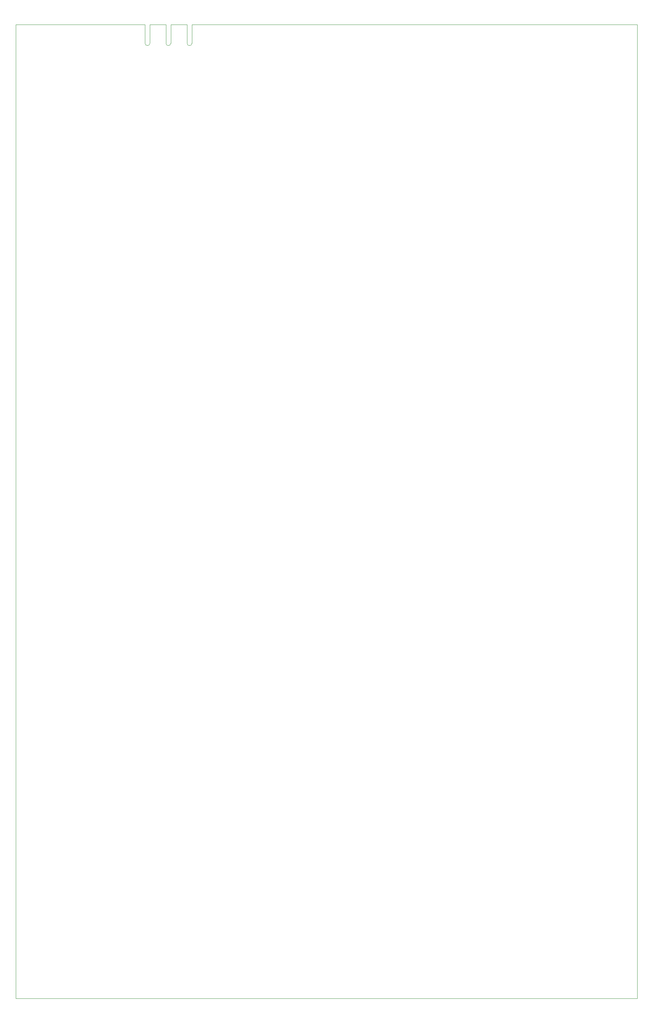
<source format=gm1>
%TF.GenerationSoftware,KiCad,Pcbnew,(5.1.2)-2*%
%TF.CreationDate,2020-11-17T15:03:31-05:00*%
%TF.ProjectId,multiphase_converter,6d756c74-6970-4686-9173-655f636f6e76,rev?*%
%TF.SameCoordinates,Original*%
%TF.FileFunction,Profile,NP*%
%FSLAX46Y46*%
G04 Gerber Fmt 4.6, Leading zero omitted, Abs format (unit mm)*
G04 Created by KiCad (PCBNEW (5.1.2)-2) date 2020-11-17 15:03:31*
%MOMM*%
%LPD*%
G04 APERTURE LIST*
%ADD10C,0.050000*%
G04 APERTURE END LIST*
D10*
X71200000Y-20000000D02*
X40000000Y-20000000D01*
X72400000Y-24500000D02*
G75*
G02X71200000Y-24500000I-600000J0D01*
G01*
X71200000Y-24500000D02*
X71200000Y-20000000D01*
X72400000Y-20000000D02*
X72400000Y-24500000D01*
X76250000Y-20000000D02*
X72400000Y-20000000D01*
X77450000Y-24500000D02*
G75*
G02X76250000Y-24500000I-600000J0D01*
G01*
X76250000Y-24500000D02*
X76250000Y-20000000D01*
X77450000Y-20000000D02*
X77450000Y-24500000D01*
X81350000Y-20000000D02*
X77450000Y-20000000D01*
X81350000Y-24500000D02*
X81350000Y-20000000D01*
X82550000Y-24500000D02*
G75*
G02X81350000Y-24500000I-600000J0D01*
G01*
X82550000Y-20000000D02*
X82550000Y-24500000D01*
X190000000Y-255000000D02*
X40000000Y-255000000D01*
X190000000Y-255000000D02*
X190000000Y-20000000D01*
X82550000Y-20000000D02*
X190000000Y-20000000D01*
X40000000Y-20000000D02*
X40000000Y-255000000D01*
M02*

</source>
